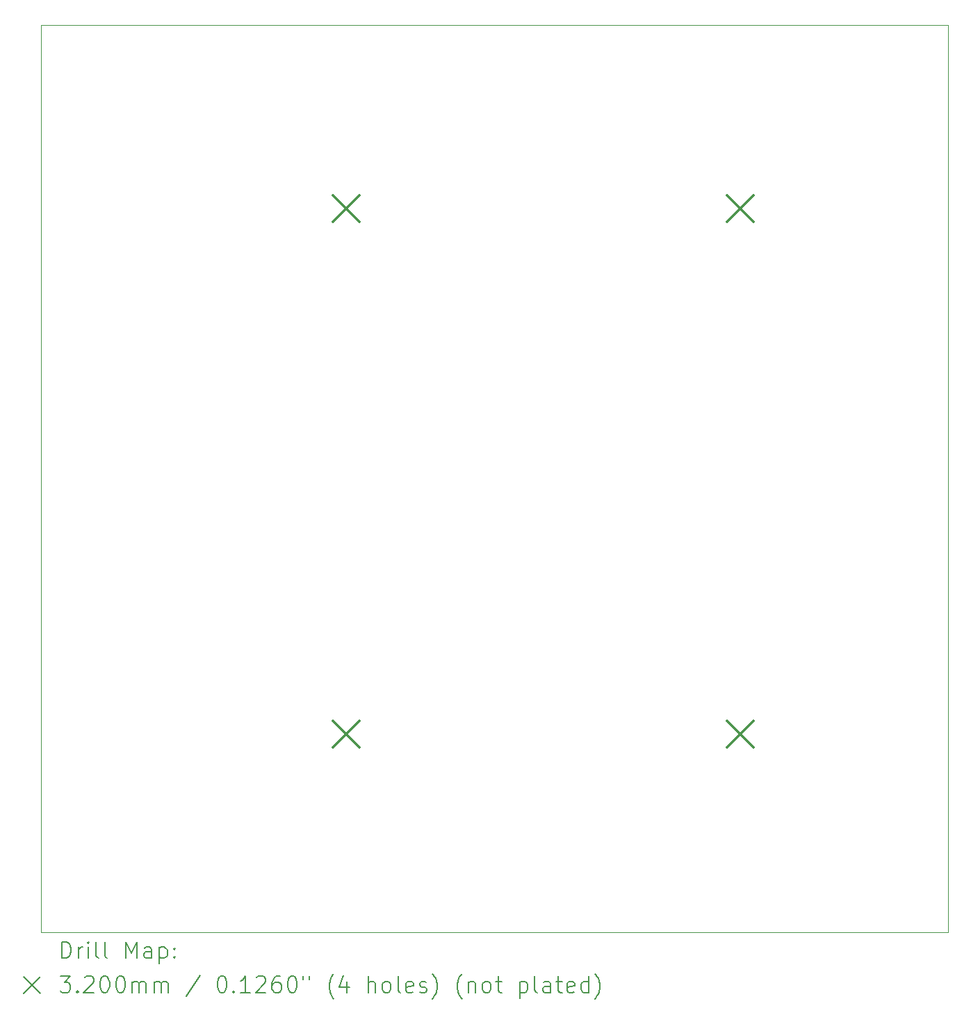
<source format=gbr>
%TF.GenerationSoftware,KiCad,Pcbnew,8.0.3*%
%TF.CreationDate,2025-06-03T15:00:18-07:00*%
%TF.ProjectId,Power_ManagementV2,506f7765-725f-44d6-916e-6167656d656e,rev?*%
%TF.SameCoordinates,Original*%
%TF.FileFunction,Drillmap*%
%TF.FilePolarity,Positive*%
%FSLAX45Y45*%
G04 Gerber Fmt 4.5, Leading zero omitted, Abs format (unit mm)*
G04 Created by KiCad (PCBNEW 8.0.3) date 2025-06-03 15:00:18*
%MOMM*%
%LPD*%
G01*
G04 APERTURE LIST*
%ADD10C,0.100000*%
%ADD11C,0.200000*%
%ADD12C,0.320000*%
G04 APERTURE END LIST*
D10*
X15414260Y-5059180D02*
X26464260Y-5059180D01*
X26464260Y-16109180D01*
X15414260Y-16109180D01*
X15414260Y-5059180D01*
D11*
D12*
X18975000Y-7140000D02*
X19295000Y-7460000D01*
X19295000Y-7140000D02*
X18975000Y-7460000D01*
X18975000Y-13540000D02*
X19295000Y-13860000D01*
X19295000Y-13540000D02*
X18975000Y-13860000D01*
X23775000Y-7140000D02*
X24095000Y-7460000D01*
X24095000Y-7140000D02*
X23775000Y-7460000D01*
X23775000Y-13540000D02*
X24095000Y-13860000D01*
X24095000Y-13540000D02*
X23775000Y-13860000D01*
D11*
X15670037Y-16425664D02*
X15670037Y-16225664D01*
X15670037Y-16225664D02*
X15717656Y-16225664D01*
X15717656Y-16225664D02*
X15746227Y-16235188D01*
X15746227Y-16235188D02*
X15765275Y-16254235D01*
X15765275Y-16254235D02*
X15774799Y-16273283D01*
X15774799Y-16273283D02*
X15784322Y-16311378D01*
X15784322Y-16311378D02*
X15784322Y-16339949D01*
X15784322Y-16339949D02*
X15774799Y-16378045D01*
X15774799Y-16378045D02*
X15765275Y-16397092D01*
X15765275Y-16397092D02*
X15746227Y-16416140D01*
X15746227Y-16416140D02*
X15717656Y-16425664D01*
X15717656Y-16425664D02*
X15670037Y-16425664D01*
X15870037Y-16425664D02*
X15870037Y-16292330D01*
X15870037Y-16330426D02*
X15879561Y-16311378D01*
X15879561Y-16311378D02*
X15889084Y-16301854D01*
X15889084Y-16301854D02*
X15908132Y-16292330D01*
X15908132Y-16292330D02*
X15927180Y-16292330D01*
X15993846Y-16425664D02*
X15993846Y-16292330D01*
X15993846Y-16225664D02*
X15984322Y-16235188D01*
X15984322Y-16235188D02*
X15993846Y-16244711D01*
X15993846Y-16244711D02*
X16003370Y-16235188D01*
X16003370Y-16235188D02*
X15993846Y-16225664D01*
X15993846Y-16225664D02*
X15993846Y-16244711D01*
X16117656Y-16425664D02*
X16098608Y-16416140D01*
X16098608Y-16416140D02*
X16089084Y-16397092D01*
X16089084Y-16397092D02*
X16089084Y-16225664D01*
X16222418Y-16425664D02*
X16203370Y-16416140D01*
X16203370Y-16416140D02*
X16193846Y-16397092D01*
X16193846Y-16397092D02*
X16193846Y-16225664D01*
X16450989Y-16425664D02*
X16450989Y-16225664D01*
X16450989Y-16225664D02*
X16517656Y-16368521D01*
X16517656Y-16368521D02*
X16584322Y-16225664D01*
X16584322Y-16225664D02*
X16584322Y-16425664D01*
X16765275Y-16425664D02*
X16765275Y-16320902D01*
X16765275Y-16320902D02*
X16755751Y-16301854D01*
X16755751Y-16301854D02*
X16736703Y-16292330D01*
X16736703Y-16292330D02*
X16698608Y-16292330D01*
X16698608Y-16292330D02*
X16679561Y-16301854D01*
X16765275Y-16416140D02*
X16746227Y-16425664D01*
X16746227Y-16425664D02*
X16698608Y-16425664D01*
X16698608Y-16425664D02*
X16679561Y-16416140D01*
X16679561Y-16416140D02*
X16670037Y-16397092D01*
X16670037Y-16397092D02*
X16670037Y-16378045D01*
X16670037Y-16378045D02*
X16679561Y-16358997D01*
X16679561Y-16358997D02*
X16698608Y-16349473D01*
X16698608Y-16349473D02*
X16746227Y-16349473D01*
X16746227Y-16349473D02*
X16765275Y-16339949D01*
X16860513Y-16292330D02*
X16860513Y-16492330D01*
X16860513Y-16301854D02*
X16879561Y-16292330D01*
X16879561Y-16292330D02*
X16917656Y-16292330D01*
X16917656Y-16292330D02*
X16936704Y-16301854D01*
X16936704Y-16301854D02*
X16946227Y-16311378D01*
X16946227Y-16311378D02*
X16955751Y-16330426D01*
X16955751Y-16330426D02*
X16955751Y-16387568D01*
X16955751Y-16387568D02*
X16946227Y-16406616D01*
X16946227Y-16406616D02*
X16936704Y-16416140D01*
X16936704Y-16416140D02*
X16917656Y-16425664D01*
X16917656Y-16425664D02*
X16879561Y-16425664D01*
X16879561Y-16425664D02*
X16860513Y-16416140D01*
X17041465Y-16406616D02*
X17050989Y-16416140D01*
X17050989Y-16416140D02*
X17041465Y-16425664D01*
X17041465Y-16425664D02*
X17031942Y-16416140D01*
X17031942Y-16416140D02*
X17041465Y-16406616D01*
X17041465Y-16406616D02*
X17041465Y-16425664D01*
X17041465Y-16301854D02*
X17050989Y-16311378D01*
X17050989Y-16311378D02*
X17041465Y-16320902D01*
X17041465Y-16320902D02*
X17031942Y-16311378D01*
X17031942Y-16311378D02*
X17041465Y-16301854D01*
X17041465Y-16301854D02*
X17041465Y-16320902D01*
X15209260Y-16654180D02*
X15409260Y-16854180D01*
X15409260Y-16654180D02*
X15209260Y-16854180D01*
X15650989Y-16645664D02*
X15774799Y-16645664D01*
X15774799Y-16645664D02*
X15708132Y-16721854D01*
X15708132Y-16721854D02*
X15736703Y-16721854D01*
X15736703Y-16721854D02*
X15755751Y-16731378D01*
X15755751Y-16731378D02*
X15765275Y-16740902D01*
X15765275Y-16740902D02*
X15774799Y-16759949D01*
X15774799Y-16759949D02*
X15774799Y-16807569D01*
X15774799Y-16807569D02*
X15765275Y-16826616D01*
X15765275Y-16826616D02*
X15755751Y-16836140D01*
X15755751Y-16836140D02*
X15736703Y-16845664D01*
X15736703Y-16845664D02*
X15679561Y-16845664D01*
X15679561Y-16845664D02*
X15660513Y-16836140D01*
X15660513Y-16836140D02*
X15650989Y-16826616D01*
X15860513Y-16826616D02*
X15870037Y-16836140D01*
X15870037Y-16836140D02*
X15860513Y-16845664D01*
X15860513Y-16845664D02*
X15850989Y-16836140D01*
X15850989Y-16836140D02*
X15860513Y-16826616D01*
X15860513Y-16826616D02*
X15860513Y-16845664D01*
X15946227Y-16664711D02*
X15955751Y-16655188D01*
X15955751Y-16655188D02*
X15974799Y-16645664D01*
X15974799Y-16645664D02*
X16022418Y-16645664D01*
X16022418Y-16645664D02*
X16041465Y-16655188D01*
X16041465Y-16655188D02*
X16050989Y-16664711D01*
X16050989Y-16664711D02*
X16060513Y-16683759D01*
X16060513Y-16683759D02*
X16060513Y-16702807D01*
X16060513Y-16702807D02*
X16050989Y-16731378D01*
X16050989Y-16731378D02*
X15936703Y-16845664D01*
X15936703Y-16845664D02*
X16060513Y-16845664D01*
X16184322Y-16645664D02*
X16203370Y-16645664D01*
X16203370Y-16645664D02*
X16222418Y-16655188D01*
X16222418Y-16655188D02*
X16231942Y-16664711D01*
X16231942Y-16664711D02*
X16241465Y-16683759D01*
X16241465Y-16683759D02*
X16250989Y-16721854D01*
X16250989Y-16721854D02*
X16250989Y-16769473D01*
X16250989Y-16769473D02*
X16241465Y-16807569D01*
X16241465Y-16807569D02*
X16231942Y-16826616D01*
X16231942Y-16826616D02*
X16222418Y-16836140D01*
X16222418Y-16836140D02*
X16203370Y-16845664D01*
X16203370Y-16845664D02*
X16184322Y-16845664D01*
X16184322Y-16845664D02*
X16165275Y-16836140D01*
X16165275Y-16836140D02*
X16155751Y-16826616D01*
X16155751Y-16826616D02*
X16146227Y-16807569D01*
X16146227Y-16807569D02*
X16136703Y-16769473D01*
X16136703Y-16769473D02*
X16136703Y-16721854D01*
X16136703Y-16721854D02*
X16146227Y-16683759D01*
X16146227Y-16683759D02*
X16155751Y-16664711D01*
X16155751Y-16664711D02*
X16165275Y-16655188D01*
X16165275Y-16655188D02*
X16184322Y-16645664D01*
X16374799Y-16645664D02*
X16393846Y-16645664D01*
X16393846Y-16645664D02*
X16412894Y-16655188D01*
X16412894Y-16655188D02*
X16422418Y-16664711D01*
X16422418Y-16664711D02*
X16431942Y-16683759D01*
X16431942Y-16683759D02*
X16441465Y-16721854D01*
X16441465Y-16721854D02*
X16441465Y-16769473D01*
X16441465Y-16769473D02*
X16431942Y-16807569D01*
X16431942Y-16807569D02*
X16422418Y-16826616D01*
X16422418Y-16826616D02*
X16412894Y-16836140D01*
X16412894Y-16836140D02*
X16393846Y-16845664D01*
X16393846Y-16845664D02*
X16374799Y-16845664D01*
X16374799Y-16845664D02*
X16355751Y-16836140D01*
X16355751Y-16836140D02*
X16346227Y-16826616D01*
X16346227Y-16826616D02*
X16336703Y-16807569D01*
X16336703Y-16807569D02*
X16327180Y-16769473D01*
X16327180Y-16769473D02*
X16327180Y-16721854D01*
X16327180Y-16721854D02*
X16336703Y-16683759D01*
X16336703Y-16683759D02*
X16346227Y-16664711D01*
X16346227Y-16664711D02*
X16355751Y-16655188D01*
X16355751Y-16655188D02*
X16374799Y-16645664D01*
X16527180Y-16845664D02*
X16527180Y-16712330D01*
X16527180Y-16731378D02*
X16536703Y-16721854D01*
X16536703Y-16721854D02*
X16555751Y-16712330D01*
X16555751Y-16712330D02*
X16584323Y-16712330D01*
X16584323Y-16712330D02*
X16603370Y-16721854D01*
X16603370Y-16721854D02*
X16612894Y-16740902D01*
X16612894Y-16740902D02*
X16612894Y-16845664D01*
X16612894Y-16740902D02*
X16622418Y-16721854D01*
X16622418Y-16721854D02*
X16641465Y-16712330D01*
X16641465Y-16712330D02*
X16670037Y-16712330D01*
X16670037Y-16712330D02*
X16689084Y-16721854D01*
X16689084Y-16721854D02*
X16698608Y-16740902D01*
X16698608Y-16740902D02*
X16698608Y-16845664D01*
X16793846Y-16845664D02*
X16793846Y-16712330D01*
X16793846Y-16731378D02*
X16803370Y-16721854D01*
X16803370Y-16721854D02*
X16822418Y-16712330D01*
X16822418Y-16712330D02*
X16850989Y-16712330D01*
X16850989Y-16712330D02*
X16870037Y-16721854D01*
X16870037Y-16721854D02*
X16879561Y-16740902D01*
X16879561Y-16740902D02*
X16879561Y-16845664D01*
X16879561Y-16740902D02*
X16889085Y-16721854D01*
X16889085Y-16721854D02*
X16908132Y-16712330D01*
X16908132Y-16712330D02*
X16936704Y-16712330D01*
X16936704Y-16712330D02*
X16955751Y-16721854D01*
X16955751Y-16721854D02*
X16965275Y-16740902D01*
X16965275Y-16740902D02*
X16965275Y-16845664D01*
X17355751Y-16636140D02*
X17184323Y-16893283D01*
X17612894Y-16645664D02*
X17631942Y-16645664D01*
X17631942Y-16645664D02*
X17650989Y-16655188D01*
X17650989Y-16655188D02*
X17660513Y-16664711D01*
X17660513Y-16664711D02*
X17670037Y-16683759D01*
X17670037Y-16683759D02*
X17679561Y-16721854D01*
X17679561Y-16721854D02*
X17679561Y-16769473D01*
X17679561Y-16769473D02*
X17670037Y-16807569D01*
X17670037Y-16807569D02*
X17660513Y-16826616D01*
X17660513Y-16826616D02*
X17650989Y-16836140D01*
X17650989Y-16836140D02*
X17631942Y-16845664D01*
X17631942Y-16845664D02*
X17612894Y-16845664D01*
X17612894Y-16845664D02*
X17593847Y-16836140D01*
X17593847Y-16836140D02*
X17584323Y-16826616D01*
X17584323Y-16826616D02*
X17574799Y-16807569D01*
X17574799Y-16807569D02*
X17565275Y-16769473D01*
X17565275Y-16769473D02*
X17565275Y-16721854D01*
X17565275Y-16721854D02*
X17574799Y-16683759D01*
X17574799Y-16683759D02*
X17584323Y-16664711D01*
X17584323Y-16664711D02*
X17593847Y-16655188D01*
X17593847Y-16655188D02*
X17612894Y-16645664D01*
X17765275Y-16826616D02*
X17774799Y-16836140D01*
X17774799Y-16836140D02*
X17765275Y-16845664D01*
X17765275Y-16845664D02*
X17755751Y-16836140D01*
X17755751Y-16836140D02*
X17765275Y-16826616D01*
X17765275Y-16826616D02*
X17765275Y-16845664D01*
X17965275Y-16845664D02*
X17850989Y-16845664D01*
X17908132Y-16845664D02*
X17908132Y-16645664D01*
X17908132Y-16645664D02*
X17889085Y-16674235D01*
X17889085Y-16674235D02*
X17870037Y-16693283D01*
X17870037Y-16693283D02*
X17850989Y-16702807D01*
X18041466Y-16664711D02*
X18050989Y-16655188D01*
X18050989Y-16655188D02*
X18070037Y-16645664D01*
X18070037Y-16645664D02*
X18117656Y-16645664D01*
X18117656Y-16645664D02*
X18136704Y-16655188D01*
X18136704Y-16655188D02*
X18146228Y-16664711D01*
X18146228Y-16664711D02*
X18155751Y-16683759D01*
X18155751Y-16683759D02*
X18155751Y-16702807D01*
X18155751Y-16702807D02*
X18146228Y-16731378D01*
X18146228Y-16731378D02*
X18031942Y-16845664D01*
X18031942Y-16845664D02*
X18155751Y-16845664D01*
X18327180Y-16645664D02*
X18289085Y-16645664D01*
X18289085Y-16645664D02*
X18270037Y-16655188D01*
X18270037Y-16655188D02*
X18260513Y-16664711D01*
X18260513Y-16664711D02*
X18241466Y-16693283D01*
X18241466Y-16693283D02*
X18231942Y-16731378D01*
X18231942Y-16731378D02*
X18231942Y-16807569D01*
X18231942Y-16807569D02*
X18241466Y-16826616D01*
X18241466Y-16826616D02*
X18250989Y-16836140D01*
X18250989Y-16836140D02*
X18270037Y-16845664D01*
X18270037Y-16845664D02*
X18308132Y-16845664D01*
X18308132Y-16845664D02*
X18327180Y-16836140D01*
X18327180Y-16836140D02*
X18336704Y-16826616D01*
X18336704Y-16826616D02*
X18346228Y-16807569D01*
X18346228Y-16807569D02*
X18346228Y-16759949D01*
X18346228Y-16759949D02*
X18336704Y-16740902D01*
X18336704Y-16740902D02*
X18327180Y-16731378D01*
X18327180Y-16731378D02*
X18308132Y-16721854D01*
X18308132Y-16721854D02*
X18270037Y-16721854D01*
X18270037Y-16721854D02*
X18250989Y-16731378D01*
X18250989Y-16731378D02*
X18241466Y-16740902D01*
X18241466Y-16740902D02*
X18231942Y-16759949D01*
X18470037Y-16645664D02*
X18489085Y-16645664D01*
X18489085Y-16645664D02*
X18508132Y-16655188D01*
X18508132Y-16655188D02*
X18517656Y-16664711D01*
X18517656Y-16664711D02*
X18527180Y-16683759D01*
X18527180Y-16683759D02*
X18536704Y-16721854D01*
X18536704Y-16721854D02*
X18536704Y-16769473D01*
X18536704Y-16769473D02*
X18527180Y-16807569D01*
X18527180Y-16807569D02*
X18517656Y-16826616D01*
X18517656Y-16826616D02*
X18508132Y-16836140D01*
X18508132Y-16836140D02*
X18489085Y-16845664D01*
X18489085Y-16845664D02*
X18470037Y-16845664D01*
X18470037Y-16845664D02*
X18450989Y-16836140D01*
X18450989Y-16836140D02*
X18441466Y-16826616D01*
X18441466Y-16826616D02*
X18431942Y-16807569D01*
X18431942Y-16807569D02*
X18422418Y-16769473D01*
X18422418Y-16769473D02*
X18422418Y-16721854D01*
X18422418Y-16721854D02*
X18431942Y-16683759D01*
X18431942Y-16683759D02*
X18441466Y-16664711D01*
X18441466Y-16664711D02*
X18450989Y-16655188D01*
X18450989Y-16655188D02*
X18470037Y-16645664D01*
X18612894Y-16645664D02*
X18612894Y-16683759D01*
X18689085Y-16645664D02*
X18689085Y-16683759D01*
X18984323Y-16921854D02*
X18974799Y-16912330D01*
X18974799Y-16912330D02*
X18955751Y-16883759D01*
X18955751Y-16883759D02*
X18946228Y-16864711D01*
X18946228Y-16864711D02*
X18936704Y-16836140D01*
X18936704Y-16836140D02*
X18927180Y-16788521D01*
X18927180Y-16788521D02*
X18927180Y-16750426D01*
X18927180Y-16750426D02*
X18936704Y-16702807D01*
X18936704Y-16702807D02*
X18946228Y-16674235D01*
X18946228Y-16674235D02*
X18955751Y-16655188D01*
X18955751Y-16655188D02*
X18974799Y-16626616D01*
X18974799Y-16626616D02*
X18984323Y-16617092D01*
X19146228Y-16712330D02*
X19146228Y-16845664D01*
X19098609Y-16636140D02*
X19050990Y-16778997D01*
X19050990Y-16778997D02*
X19174799Y-16778997D01*
X19403371Y-16845664D02*
X19403371Y-16645664D01*
X19489085Y-16845664D02*
X19489085Y-16740902D01*
X19489085Y-16740902D02*
X19479561Y-16721854D01*
X19479561Y-16721854D02*
X19460513Y-16712330D01*
X19460513Y-16712330D02*
X19431942Y-16712330D01*
X19431942Y-16712330D02*
X19412894Y-16721854D01*
X19412894Y-16721854D02*
X19403371Y-16731378D01*
X19612894Y-16845664D02*
X19593847Y-16836140D01*
X19593847Y-16836140D02*
X19584323Y-16826616D01*
X19584323Y-16826616D02*
X19574799Y-16807569D01*
X19574799Y-16807569D02*
X19574799Y-16750426D01*
X19574799Y-16750426D02*
X19584323Y-16731378D01*
X19584323Y-16731378D02*
X19593847Y-16721854D01*
X19593847Y-16721854D02*
X19612894Y-16712330D01*
X19612894Y-16712330D02*
X19641466Y-16712330D01*
X19641466Y-16712330D02*
X19660513Y-16721854D01*
X19660513Y-16721854D02*
X19670037Y-16731378D01*
X19670037Y-16731378D02*
X19679561Y-16750426D01*
X19679561Y-16750426D02*
X19679561Y-16807569D01*
X19679561Y-16807569D02*
X19670037Y-16826616D01*
X19670037Y-16826616D02*
X19660513Y-16836140D01*
X19660513Y-16836140D02*
X19641466Y-16845664D01*
X19641466Y-16845664D02*
X19612894Y-16845664D01*
X19793847Y-16845664D02*
X19774799Y-16836140D01*
X19774799Y-16836140D02*
X19765275Y-16817092D01*
X19765275Y-16817092D02*
X19765275Y-16645664D01*
X19946228Y-16836140D02*
X19927180Y-16845664D01*
X19927180Y-16845664D02*
X19889085Y-16845664D01*
X19889085Y-16845664D02*
X19870037Y-16836140D01*
X19870037Y-16836140D02*
X19860513Y-16817092D01*
X19860513Y-16817092D02*
X19860513Y-16740902D01*
X19860513Y-16740902D02*
X19870037Y-16721854D01*
X19870037Y-16721854D02*
X19889085Y-16712330D01*
X19889085Y-16712330D02*
X19927180Y-16712330D01*
X19927180Y-16712330D02*
X19946228Y-16721854D01*
X19946228Y-16721854D02*
X19955752Y-16740902D01*
X19955752Y-16740902D02*
X19955752Y-16759949D01*
X19955752Y-16759949D02*
X19860513Y-16778997D01*
X20031942Y-16836140D02*
X20050990Y-16845664D01*
X20050990Y-16845664D02*
X20089085Y-16845664D01*
X20089085Y-16845664D02*
X20108133Y-16836140D01*
X20108133Y-16836140D02*
X20117656Y-16817092D01*
X20117656Y-16817092D02*
X20117656Y-16807569D01*
X20117656Y-16807569D02*
X20108133Y-16788521D01*
X20108133Y-16788521D02*
X20089085Y-16778997D01*
X20089085Y-16778997D02*
X20060513Y-16778997D01*
X20060513Y-16778997D02*
X20041466Y-16769473D01*
X20041466Y-16769473D02*
X20031942Y-16750426D01*
X20031942Y-16750426D02*
X20031942Y-16740902D01*
X20031942Y-16740902D02*
X20041466Y-16721854D01*
X20041466Y-16721854D02*
X20060513Y-16712330D01*
X20060513Y-16712330D02*
X20089085Y-16712330D01*
X20089085Y-16712330D02*
X20108133Y-16721854D01*
X20184323Y-16921854D02*
X20193847Y-16912330D01*
X20193847Y-16912330D02*
X20212894Y-16883759D01*
X20212894Y-16883759D02*
X20222418Y-16864711D01*
X20222418Y-16864711D02*
X20231942Y-16836140D01*
X20231942Y-16836140D02*
X20241466Y-16788521D01*
X20241466Y-16788521D02*
X20241466Y-16750426D01*
X20241466Y-16750426D02*
X20231942Y-16702807D01*
X20231942Y-16702807D02*
X20222418Y-16674235D01*
X20222418Y-16674235D02*
X20212894Y-16655188D01*
X20212894Y-16655188D02*
X20193847Y-16626616D01*
X20193847Y-16626616D02*
X20184323Y-16617092D01*
X20546228Y-16921854D02*
X20536704Y-16912330D01*
X20536704Y-16912330D02*
X20517656Y-16883759D01*
X20517656Y-16883759D02*
X20508133Y-16864711D01*
X20508133Y-16864711D02*
X20498609Y-16836140D01*
X20498609Y-16836140D02*
X20489085Y-16788521D01*
X20489085Y-16788521D02*
X20489085Y-16750426D01*
X20489085Y-16750426D02*
X20498609Y-16702807D01*
X20498609Y-16702807D02*
X20508133Y-16674235D01*
X20508133Y-16674235D02*
X20517656Y-16655188D01*
X20517656Y-16655188D02*
X20536704Y-16626616D01*
X20536704Y-16626616D02*
X20546228Y-16617092D01*
X20622418Y-16712330D02*
X20622418Y-16845664D01*
X20622418Y-16731378D02*
X20631942Y-16721854D01*
X20631942Y-16721854D02*
X20650990Y-16712330D01*
X20650990Y-16712330D02*
X20679561Y-16712330D01*
X20679561Y-16712330D02*
X20698609Y-16721854D01*
X20698609Y-16721854D02*
X20708133Y-16740902D01*
X20708133Y-16740902D02*
X20708133Y-16845664D01*
X20831942Y-16845664D02*
X20812894Y-16836140D01*
X20812894Y-16836140D02*
X20803371Y-16826616D01*
X20803371Y-16826616D02*
X20793847Y-16807569D01*
X20793847Y-16807569D02*
X20793847Y-16750426D01*
X20793847Y-16750426D02*
X20803371Y-16731378D01*
X20803371Y-16731378D02*
X20812894Y-16721854D01*
X20812894Y-16721854D02*
X20831942Y-16712330D01*
X20831942Y-16712330D02*
X20860514Y-16712330D01*
X20860514Y-16712330D02*
X20879561Y-16721854D01*
X20879561Y-16721854D02*
X20889085Y-16731378D01*
X20889085Y-16731378D02*
X20898609Y-16750426D01*
X20898609Y-16750426D02*
X20898609Y-16807569D01*
X20898609Y-16807569D02*
X20889085Y-16826616D01*
X20889085Y-16826616D02*
X20879561Y-16836140D01*
X20879561Y-16836140D02*
X20860514Y-16845664D01*
X20860514Y-16845664D02*
X20831942Y-16845664D01*
X20955752Y-16712330D02*
X21031942Y-16712330D01*
X20984323Y-16645664D02*
X20984323Y-16817092D01*
X20984323Y-16817092D02*
X20993847Y-16836140D01*
X20993847Y-16836140D02*
X21012894Y-16845664D01*
X21012894Y-16845664D02*
X21031942Y-16845664D01*
X21250990Y-16712330D02*
X21250990Y-16912330D01*
X21250990Y-16721854D02*
X21270037Y-16712330D01*
X21270037Y-16712330D02*
X21308133Y-16712330D01*
X21308133Y-16712330D02*
X21327180Y-16721854D01*
X21327180Y-16721854D02*
X21336704Y-16731378D01*
X21336704Y-16731378D02*
X21346228Y-16750426D01*
X21346228Y-16750426D02*
X21346228Y-16807569D01*
X21346228Y-16807569D02*
X21336704Y-16826616D01*
X21336704Y-16826616D02*
X21327180Y-16836140D01*
X21327180Y-16836140D02*
X21308133Y-16845664D01*
X21308133Y-16845664D02*
X21270037Y-16845664D01*
X21270037Y-16845664D02*
X21250990Y-16836140D01*
X21460514Y-16845664D02*
X21441466Y-16836140D01*
X21441466Y-16836140D02*
X21431942Y-16817092D01*
X21431942Y-16817092D02*
X21431942Y-16645664D01*
X21622418Y-16845664D02*
X21622418Y-16740902D01*
X21622418Y-16740902D02*
X21612895Y-16721854D01*
X21612895Y-16721854D02*
X21593847Y-16712330D01*
X21593847Y-16712330D02*
X21555752Y-16712330D01*
X21555752Y-16712330D02*
X21536704Y-16721854D01*
X21622418Y-16836140D02*
X21603371Y-16845664D01*
X21603371Y-16845664D02*
X21555752Y-16845664D01*
X21555752Y-16845664D02*
X21536704Y-16836140D01*
X21536704Y-16836140D02*
X21527180Y-16817092D01*
X21527180Y-16817092D02*
X21527180Y-16798045D01*
X21527180Y-16798045D02*
X21536704Y-16778997D01*
X21536704Y-16778997D02*
X21555752Y-16769473D01*
X21555752Y-16769473D02*
X21603371Y-16769473D01*
X21603371Y-16769473D02*
X21622418Y-16759949D01*
X21689085Y-16712330D02*
X21765275Y-16712330D01*
X21717656Y-16645664D02*
X21717656Y-16817092D01*
X21717656Y-16817092D02*
X21727180Y-16836140D01*
X21727180Y-16836140D02*
X21746228Y-16845664D01*
X21746228Y-16845664D02*
X21765275Y-16845664D01*
X21908133Y-16836140D02*
X21889085Y-16845664D01*
X21889085Y-16845664D02*
X21850990Y-16845664D01*
X21850990Y-16845664D02*
X21831942Y-16836140D01*
X21831942Y-16836140D02*
X21822418Y-16817092D01*
X21822418Y-16817092D02*
X21822418Y-16740902D01*
X21822418Y-16740902D02*
X21831942Y-16721854D01*
X21831942Y-16721854D02*
X21850990Y-16712330D01*
X21850990Y-16712330D02*
X21889085Y-16712330D01*
X21889085Y-16712330D02*
X21908133Y-16721854D01*
X21908133Y-16721854D02*
X21917656Y-16740902D01*
X21917656Y-16740902D02*
X21917656Y-16759949D01*
X21917656Y-16759949D02*
X21822418Y-16778997D01*
X22089085Y-16845664D02*
X22089085Y-16645664D01*
X22089085Y-16836140D02*
X22070037Y-16845664D01*
X22070037Y-16845664D02*
X22031942Y-16845664D01*
X22031942Y-16845664D02*
X22012895Y-16836140D01*
X22012895Y-16836140D02*
X22003371Y-16826616D01*
X22003371Y-16826616D02*
X21993847Y-16807569D01*
X21993847Y-16807569D02*
X21993847Y-16750426D01*
X21993847Y-16750426D02*
X22003371Y-16731378D01*
X22003371Y-16731378D02*
X22012895Y-16721854D01*
X22012895Y-16721854D02*
X22031942Y-16712330D01*
X22031942Y-16712330D02*
X22070037Y-16712330D01*
X22070037Y-16712330D02*
X22089085Y-16721854D01*
X22165276Y-16921854D02*
X22174799Y-16912330D01*
X22174799Y-16912330D02*
X22193847Y-16883759D01*
X22193847Y-16883759D02*
X22203371Y-16864711D01*
X22203371Y-16864711D02*
X22212895Y-16836140D01*
X22212895Y-16836140D02*
X22222418Y-16788521D01*
X22222418Y-16788521D02*
X22222418Y-16750426D01*
X22222418Y-16750426D02*
X22212895Y-16702807D01*
X22212895Y-16702807D02*
X22203371Y-16674235D01*
X22203371Y-16674235D02*
X22193847Y-16655188D01*
X22193847Y-16655188D02*
X22174799Y-16626616D01*
X22174799Y-16626616D02*
X22165276Y-16617092D01*
M02*

</source>
